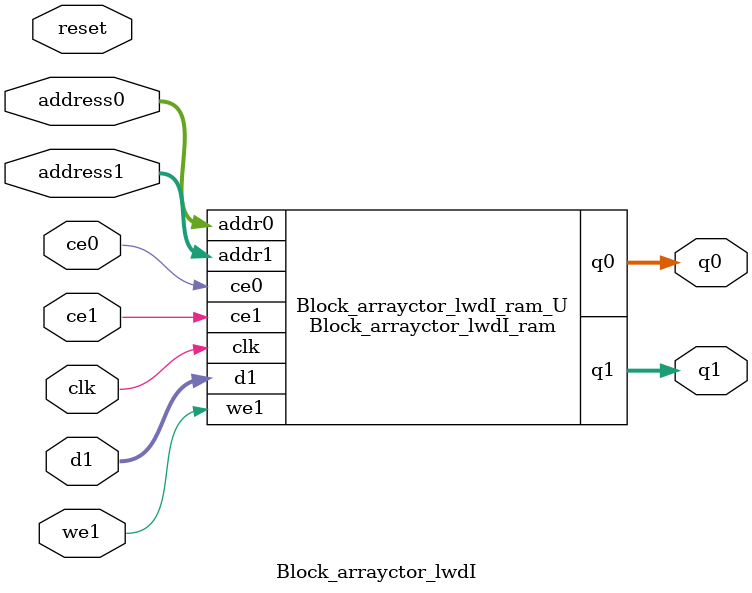
<source format=v>
`timescale 1 ns / 1 ps
module Block_arrayctor_lwdI_ram (addr0, ce0, q0, addr1, ce1, d1, we1, q1,  clk);

parameter DWIDTH = 5;
parameter AWIDTH = 8;
parameter MEM_SIZE = 162;

input[AWIDTH-1:0] addr0;
input ce0;
output reg[DWIDTH-1:0] q0;
input[AWIDTH-1:0] addr1;
input ce1;
input[DWIDTH-1:0] d1;
input we1;
output reg[DWIDTH-1:0] q1;
input clk;

(* ram_style = "distributed" *)reg [DWIDTH-1:0] ram[0:MEM_SIZE-1];




always @(posedge clk)  
begin 
    if (ce0) begin
        q0 <= ram[addr0];
    end
end


always @(posedge clk)  
begin 
    if (ce1) begin
        if (we1) 
            ram[addr1] <= d1; 
        q1 <= ram[addr1];
    end
end


endmodule

`timescale 1 ns / 1 ps
module Block_arrayctor_lwdI(
    reset,
    clk,
    address0,
    ce0,
    q0,
    address1,
    ce1,
    we1,
    d1,
    q1);

parameter DataWidth = 32'd5;
parameter AddressRange = 32'd162;
parameter AddressWidth = 32'd8;
input reset;
input clk;
input[AddressWidth - 1:0] address0;
input ce0;
output[DataWidth - 1:0] q0;
input[AddressWidth - 1:0] address1;
input ce1;
input we1;
input[DataWidth - 1:0] d1;
output[DataWidth - 1:0] q1;



Block_arrayctor_lwdI_ram Block_arrayctor_lwdI_ram_U(
    .clk( clk ),
    .addr0( address0 ),
    .ce0( ce0 ),
    .q0( q0 ),
    .addr1( address1 ),
    .ce1( ce1 ),
    .we1( we1 ),
    .d1( d1 ),
    .q1( q1 ));

endmodule


</source>
